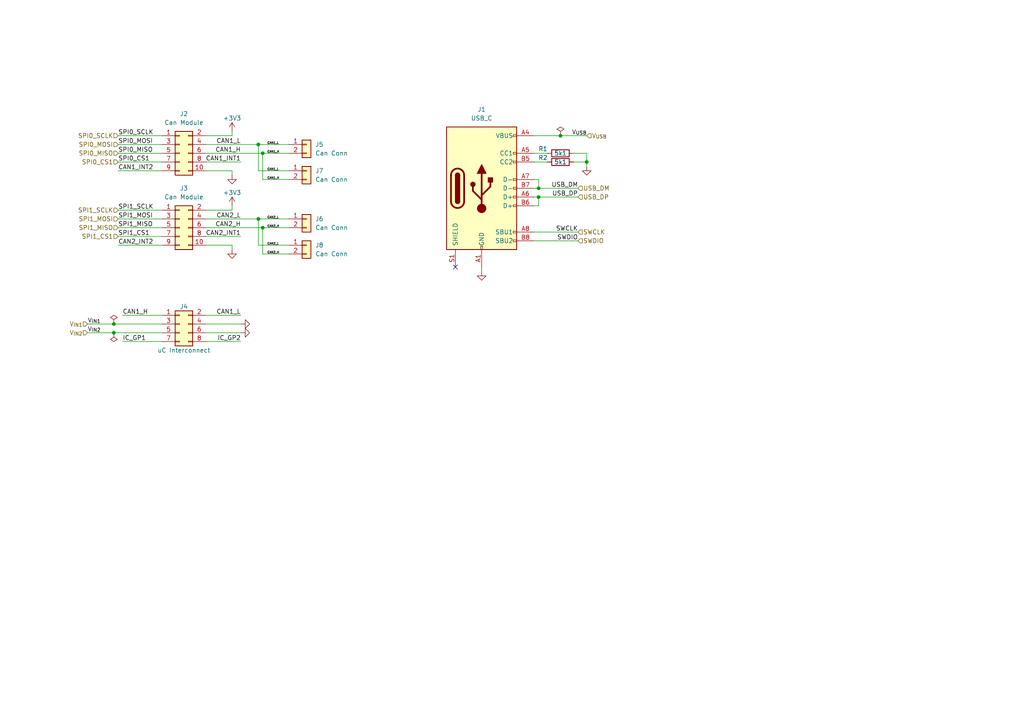
<source format=kicad_sch>
(kicad_sch (version 20230121) (generator eeschema)
  (paper "A4")
  (lib_symbols
    (symbol "Connector:USB_C_Receptacle_USB2.0" (pin_names (offset 1.016))
      (property "Reference" "J" (at -10.16 19.05 0))
      (property "Value" "USB_C_Receptacle_USB2.0" (at 19.05 19.05 0))
      (symbol "USB_C_Receptacle_USB2.0_0_0"
        (rectangle (start -0.254 -17.78) (end 0.254 -16.764))
        (rectangle (start 10.16 -14.986) (end 9.144 -15.494))
        (rectangle (start 10.16 -12.446) (end 9.144 -12.954))
        (rectangle (start 10.16 -4.826) (end 9.144 -5.334))
        (rectangle (start 10.16 -2.286) (end 9.144 -2.794))
        (rectangle (start 10.16 0.254) (end 9.144 -0.254))
        (rectangle (start 10.16 2.794) (end 9.144 2.286))
        (rectangle (start 10.16 7.874) (end 9.144 7.366))
        (rectangle (start 10.16 10.414) (end 9.144 9.906))
        (rectangle (start 10.16 15.494) (end 9.144 14.986))
      )
      (symbol "USB_C_Receptacle_USB2.0_0_1"
        (rectangle (start -10.16 17.78) (end 10.16 -17.78) (stroke (width 0.254)) (fill (type background)))
        (arc (start -8.89 -3.81) (mid -6.985 -5.7067) (end -5.08 -3.81) (stroke (width 0.508)))
        (arc (start -7.62 -3.81) (mid -6.985 -4.4423) (end -6.35 -3.81) (stroke (width 0.254)))
        (arc (start -7.62 -3.81) (mid -6.985 -4.4423) (end -6.35 -3.81) (stroke (width 0.254)) (fill (type outline)))
        (rectangle (start -7.62 -3.81) (end -6.35 3.81) (stroke (width 0.254)) (fill (type outline)))
        (arc (start -6.35 3.81) (mid -6.985 4.4423) (end -7.62 3.81) (stroke (width 0.254)))
        (arc (start -6.35 3.81) (mid -6.985 4.4423) (end -7.62 3.81) (stroke (width 0.254)) (fill (type outline)))
        (arc (start -5.08 3.81) (mid -6.985 5.7067) (end -8.89 3.81) (stroke (width 0.508)))
        (circle (center -2.54 1.143) (radius 0.635) (stroke (width 0.254)) (fill (type outline)))
        (circle (center 0 -5.842) (radius 1.27) (fill (type outline)))
        (polyline (pts (xy -8.89 -3.81) (xy -8.89 3.81)) (stroke (width 0.508)))
        (polyline (pts (xy -5.08 3.81) (xy -5.08 -3.81)) (stroke (width 0.508)))
        (polyline (pts (xy 0 -5.842) (xy 0 4.318)) (stroke (width 0.508)))
        (polyline (pts (xy 0 -3.302) (xy -2.54 -0.762) (xy -2.54 0.508)) (stroke (width 0.508)))
        (polyline (pts (xy 0 -2.032) (xy 2.54 0.508) (xy 2.54 1.778)) (stroke (width 0.508)))
        (polyline (pts (xy -1.27 4.318) (xy 0 6.858) (xy 1.27 4.318) (xy -1.27 4.318)) (stroke (width 0.254)) (fill (type outline)))
        (rectangle (start 1.905 1.778) (end 3.175 3.048) (stroke (width 0.254)) (fill (type outline)))
      )
      (symbol "USB_C_Receptacle_USB2.0_1_1"
        (pin passive line (at 0 -22.86 90) (length 5.08) (name "GND") (number "A1"))
        (pin passive line (at 0 -22.86 90) (length 5.08) hide (name "GND") (number "A12"))
        (pin passive line (at 15.24 15.24 180) (length 5.08) (name "VBUS") (number "A4"))
        (pin bidirectional line (at 15.24 10.16 180) (length 5.08) (name "CC1") (number "A5"))
        (pin bidirectional line (at 15.24 -2.54 180) (length 5.08) (name "D+") (number "A6"))
        (pin bidirectional line (at 15.24 2.54 180) (length 5.08) (name "D-") (number "A7"))
        (pin bidirectional line (at 15.24 -12.7 180) (length 5.08) (name "SBU1") (number "A8"))
        (pin passive line (at 15.24 15.24 180) (length 5.08) hide (name "VBUS") (number "A9"))
        (pin passive line (at 0 -22.86 90) (length 5.08) hide (name "GND") (number "B1"))
        (pin passive line (at 0 -22.86 90) (length 5.08) hide (name "GND") (number "B12"))
        (pin passive line (at 15.24 15.24 180) (length 5.08) hide (name "VBUS") (number "B4"))
        (pin bidirectional line (at 15.24 7.62 180) (length 5.08) (name "CC2") (number "B5"))
        (pin bidirectional line (at 15.24 -5.08 180) (length 5.08) (name "D+") (number "B6"))
        (pin bidirectional line (at 15.24 0 180) (length 5.08) (name "D-") (number "B7"))
        (pin bidirectional line (at 15.24 -15.24 180) (length 5.08) (name "SBU2") (number "B8"))
        (pin passive line (at 15.24 15.24 180) (length 5.08) hide (name "VBUS") (number "B9"))
        (pin passive line (at -7.62 -22.86 90) (length 5.08) (name "SHIELD") (number "S1"))
      )
    )
    (symbol "Connector_Generic:Conn_01x02" (pin_names (offset 1.016) hide)
      (property "Reference" "J" (at 0 2.54 0))
      (property "Value" "Conn_01x02" (at 0 -5.08 0))
      (symbol "Conn_01x02_1_1"
        (rectangle (start -1.27 -2.413) (end 0 -2.667) (stroke (width 0.1524)))
        (rectangle (start -1.27 0.127) (end 0 -0.127) (stroke (width 0.1524)))
        (rectangle (start -1.27 1.27) (end 1.27 -3.81) (stroke (width 0.254)) (fill (type background)))
        (pin passive line (at -5.08 0 0) (length 3.81) (name "Pin_1") (number "1"))
        (pin passive line (at -5.08 -2.54 0) (length 3.81) (name "Pin_2") (number "2"))
      )
    )
    (symbol "Connector_Generic:Conn_02x04_Odd_Even" (pin_names (offset 1.016) hide)
      (property "Reference" "J" (at 1.27 5.08 0))
      (property "Value" "Conn_02x04_Odd_Even" (at 1.27 -7.62 0))
      (symbol "Conn_02x04_Odd_Even_1_1"
        (rectangle (start -1.27 -4.953) (end 0 -5.207) (stroke (width 0.1524)))
        (rectangle (start -1.27 -2.413) (end 0 -2.667) (stroke (width 0.1524)))
        (rectangle (start -1.27 0.127) (end 0 -0.127) (stroke (width 0.1524)))
        (rectangle (start -1.27 2.667) (end 0 2.413) (stroke (width 0.1524)))
        (rectangle (start -1.27 3.81) (end 3.81 -6.35) (stroke (width 0.254)) (fill (type background)))
        (rectangle (start 3.81 -4.953) (end 2.54 -5.207) (stroke (width 0.1524)))
        (rectangle (start 3.81 -2.413) (end 2.54 -2.667) (stroke (width 0.1524)))
        (rectangle (start 3.81 0.127) (end 2.54 -0.127) (stroke (width 0.1524)))
        (rectangle (start 3.81 2.667) (end 2.54 2.413) (stroke (width 0.1524)))
        (pin passive line (at -5.08 2.54 0) (length 3.81) (name "Pin_1") (number "1"))
        (pin passive line (at 7.62 2.54 180) (length 3.81) (name "Pin_2") (number "2"))
        (pin passive line (at -5.08 0 0) (length 3.81) (name "Pin_3") (number "3"))
        (pin passive line (at 7.62 0 180) (length 3.81) (name "Pin_4") (number "4"))
        (pin passive line (at -5.08 -2.54 0) (length 3.81) (name "Pin_5") (number "5"))
        (pin passive line (at 7.62 -2.54 180) (length 3.81) (name "Pin_6") (number "6"))
        (pin passive line (at -5.08 -5.08 0) (length 3.81) (name "Pin_7") (number "7"))
        (pin passive line (at 7.62 -5.08 180) (length 3.81) (name "Pin_8") (number "8"))
      )
    )
    (symbol "Connector_Generic:Conn_02x05_Odd_Even" (pin_names (offset 1.016) hide)
      (property "Reference" "J" (at 1.27 7.62 0))
      (property "Value" "Conn_02x05_Odd_Even" (at 1.27 -7.62 0))
      (symbol "Conn_02x05_Odd_Even_1_1"
        (rectangle (start -1.27 -4.953) (end 0 -5.207) (stroke (width 0.1524)))
        (rectangle (start -1.27 -2.413) (end 0 -2.667) (stroke (width 0.1524)))
        (rectangle (start -1.27 0.127) (end 0 -0.127) (stroke (width 0.1524)))
        (rectangle (start -1.27 2.667) (end 0 2.413) (stroke (width 0.1524)))
        (rectangle (start -1.27 5.207) (end 0 4.953) (stroke (width 0.1524)))
        (rectangle (start -1.27 6.35) (end 3.81 -6.35) (stroke (width 0.254)) (fill (type background)))
        (rectangle (start 3.81 -4.953) (end 2.54 -5.207) (stroke (width 0.1524)))
        (rectangle (start 3.81 -2.413) (end 2.54 -2.667) (stroke (width 0.1524)))
        (rectangle (start 3.81 0.127) (end 2.54 -0.127) (stroke (width 0.1524)))
        (rectangle (start 3.81 2.667) (end 2.54 2.413) (stroke (width 0.1524)))
        (rectangle (start 3.81 5.207) (end 2.54 4.953) (stroke (width 0.1524)))
        (pin passive line (at -5.08 5.08 0) (length 3.81) (name "Pin_1") (number "1"))
        (pin passive line (at 7.62 -5.08 180) (length 3.81) (name "Pin_10") (number "10"))
        (pin passive line (at 7.62 5.08 180) (length 3.81) (name "Pin_2") (number "2"))
        (pin passive line (at -5.08 2.54 0) (length 3.81) (name "Pin_3") (number "3"))
        (pin passive line (at 7.62 2.54 180) (length 3.81) (name "Pin_4") (number "4"))
        (pin passive line (at -5.08 0 0) (length 3.81) (name "Pin_5") (number "5"))
        (pin passive line (at 7.62 0 180) (length 3.81) (name "Pin_6") (number "6"))
        (pin passive line (at -5.08 -2.54 0) (length 3.81) (name "Pin_7") (number "7"))
        (pin passive line (at 7.62 -2.54 180) (length 3.81) (name "Pin_8") (number "8"))
        (pin passive line (at -5.08 -5.08 0) (length 3.81) (name "Pin_9") (number "9"))
      )
    )
    (symbol "Device:R" (pin_numbers hide) (pin_names (offset 0))
      (property "Reference" "R" (at 2.032 0 90))
      (property "Value" "R" (at 0 0 90))
      (symbol "R_0_1"
        (rectangle (start -1.016 -2.54) (end 1.016 2.54) (stroke (width 0.254)))
      )
      (symbol "R_1_1"
        (pin passive line (at 0 3.81 270) (length 1.27) (name "~") (number "1"))
        (pin passive line (at 0 -3.81 90) (length 1.27) (name "~") (number "2"))
      )
    )
    (symbol "power:+3V3" (power) (pin_names (offset 0))
      (property "Value" "+3V3" (at 0 3.556 0))
      (symbol "+3V3_0_1"
        (polyline (pts (xy -0.762 1.27) (xy 0 2.54)))
        (polyline (pts (xy 0 0) (xy 0 2.54)))
        (polyline (pts (xy 0 2.54) (xy 0.762 1.27)))
      )
      (symbol "+3V3_1_1"
        (pin power_in line (at 0 0 90) (length 0) hide (name "+3V3") (number "1"))
      )
    )
    (symbol "power:GND" (power) (pin_names (offset 0))
      (property "Value" "GND" (at 0 -3.81 0))
      (symbol "GND_0_1"
        (polyline (pts (xy 0 0) (xy 0 -1.27) (xy 1.27 -1.27) (xy 0 -2.54) (xy -1.27 -1.27) (xy 0 -1.27)))
      )
      (symbol "GND_1_1"
        (pin power_in line (at 0 0 270) (length 0) hide (name "GND") (number "1"))
      )
    )
    (symbol "power:PWR_FLAG" (power) (pin_numbers hide) (pin_names (offset 0) hide)
      (property "Value" "PWR_FLAG" (at 0 3.81 0))
      (symbol "PWR_FLAG_0_0"
        (pin power_out line (at 0 0 90) (length 0) (name "pwr") (number "1"))
      )
      (symbol "PWR_FLAG_0_1"
        (polyline (pts (xy 0 0) (xy 0 1.27) (xy -1.016 1.905) (xy 0 2.54) (xy 1.016 1.905) (xy 0 1.27)))
      )
    )
  )
  (junction (at 76.2 66.04))
  (junction (at 33.02 96.52))
  (junction (at 170.18 46.99))
  (junction (at 74.93 41.91))
  (junction (at 156.21 57.15))
  (junction (at 156.21 54.61))
  (junction (at 76.2 44.45))
  (junction (at 74.93 63.5))
  (junction (at 33.02 93.98))
  (junction (at 162.56 39.37))
  (no_connect (at 132.08 77.47))
  (wire (pts (xy 154.94 57.15) (xy 156.21 57.15)))
  (wire (pts (xy 34.29 68.58) (xy 46.99 68.58)))
  (wire (pts (xy 34.29 71.12) (xy 46.99 71.12)))
  (wire (pts (xy 59.69 46.99) (xy 69.85 46.99)))
  (wire (pts (xy 69.85 99.06) (xy 59.69 99.06)))
  (wire (pts (xy 154.94 44.45) (xy 158.75 44.45)))
  (wire (pts (xy 74.93 63.5) (xy 74.93 71.12)))
  (wire (pts (xy 139.7 77.47) (xy 139.7 78.74)))
  (wire (pts (xy 67.31 38.1) (xy 67.31 39.37)))
  (wire (pts (xy 69.85 96.52) (xy 59.69 96.52)))
  (wire (pts (xy 34.29 39.37) (xy 46.99 39.37)))
  (wire (pts (xy 59.69 60.96) (xy 67.31 60.96)))
  (wire (pts (xy 170.18 46.99) (xy 170.18 44.45)))
  (wire (pts (xy 25.4 93.98) (xy 33.02 93.98)))
  (wire (pts (xy 59.69 39.37) (xy 67.31 39.37)))
  (wire (pts (xy 34.29 63.5) (xy 46.99 63.5)))
  (wire (pts (xy 34.29 66.04) (xy 46.99 66.04)))
  (wire (pts (xy 67.31 59.69) (xy 67.31 60.96)))
  (wire (pts (xy 59.69 41.91) (xy 74.93 41.91)))
  (wire (pts (xy 59.69 66.04) (xy 76.2 66.04)))
  (wire (pts (xy 162.56 39.37) (xy 170.18 39.37)))
  (wire (pts (xy 167.64 69.85) (xy 154.94 69.85)))
  (wire (pts (xy 170.18 48.26) (xy 170.18 46.99)))
  (wire (pts (xy 76.2 66.04) (xy 76.2 73.66)))
  (wire (pts (xy 34.29 60.96) (xy 46.99 60.96)))
  (wire (pts (xy 34.29 41.91) (xy 46.99 41.91)))
  (wire (pts (xy 59.69 49.53) (xy 67.31 49.53)))
  (wire (pts (xy 166.37 44.45) (xy 170.18 44.45)))
  (wire (pts (xy 76.2 44.45) (xy 83.82 44.45)))
  (wire (pts (xy 156.21 57.15) (xy 156.21 59.69)))
  (wire (pts (xy 156.21 52.07) (xy 156.21 54.61)))
  (wire (pts (xy 74.93 41.91) (xy 83.82 41.91)))
  (wire (pts (xy 76.2 44.45) (xy 76.2 52.07)))
  (wire (pts (xy 25.4 96.52) (xy 33.02 96.52)))
  (wire (pts (xy 76.2 52.07) (xy 83.82 52.07)))
  (wire (pts (xy 156.21 59.69) (xy 154.94 59.69)))
  (wire (pts (xy 34.29 46.99) (xy 46.99 46.99)))
  (wire (pts (xy 154.94 54.61) (xy 156.21 54.61)))
  (wire (pts (xy 34.29 49.53) (xy 46.99 49.53)))
  (wire (pts (xy 154.94 46.99) (xy 158.75 46.99)))
  (wire (pts (xy 74.93 49.53) (xy 83.82 49.53)))
  (wire (pts (xy 167.64 57.15) (xy 156.21 57.15)))
  (wire (pts (xy 59.69 44.45) (xy 76.2 44.45)))
  (wire (pts (xy 33.02 96.52) (xy 46.99 96.52)))
  (wire (pts (xy 74.93 41.91) (xy 74.93 49.53)))
  (wire (pts (xy 59.69 68.58) (xy 69.85 68.58)))
  (wire (pts (xy 35.56 99.06) (xy 46.99 99.06)))
  (wire (pts (xy 35.56 91.44) (xy 46.99 91.44)))
  (wire (pts (xy 76.2 66.04) (xy 83.82 66.04)))
  (wire (pts (xy 69.85 93.98) (xy 59.69 93.98)))
  (wire (pts (xy 154.94 39.37) (xy 162.56 39.37)))
  (wire (pts (xy 59.69 63.5) (xy 74.93 63.5)))
  (wire (pts (xy 67.31 71.12) (xy 67.31 72.39)))
  (wire (pts (xy 33.02 93.98) (xy 46.99 93.98)))
  (wire (pts (xy 166.37 46.99) (xy 170.18 46.99)))
  (wire (pts (xy 74.93 71.12) (xy 83.82 71.12)))
  (wire (pts (xy 167.64 54.61) (xy 156.21 54.61)))
  (wire (pts (xy 69.85 91.44) (xy 59.69 91.44)))
  (wire (pts (xy 167.64 67.31) (xy 154.94 67.31)))
  (wire (pts (xy 74.93 63.5) (xy 83.82 63.5)))
  (wire (pts (xy 76.2 73.66) (xy 83.82 73.66)))
  (wire (pts (xy 154.94 52.07) (xy 156.21 52.07)))
  (wire (pts (xy 34.29 44.45) (xy 46.99 44.45)))
  (wire (pts (xy 67.31 49.53) (xy 67.31 50.8)))
  (wire (pts (xy 59.69 71.12) (xy 67.31 71.12)))
  (label "SPI1_SCLK" (at 34.29 60.96 0))
  (label "CAN2_L" (at 77.47 71.12 0) (effects (font (size 0.6 0.6))) (property "CAN2-" "CAN2-" (effects hide)))
  (label "CAN2_H" (at 77.47 66.04 0) (effects (font (size 0.6 0.6))) (property "CAN2+" "CAN2+" (effects hide)))
  (label "USB_DP" (at 167.64 57.15 180))
  (label "CAN1_H" (at 69.85 44.45 180) (property "CAN1+" "CAN1+" (effects hide)))
  (label "CAN2_L" (at 77.47 63.5 0) (effects (font (size 0.6 0.6))) (property "CAN2-" "CAN2-" (effects hide)))
  (label "CAN1_L" (at 69.85 41.91 180) (property "CAN1-" "CAN1-" (effects hide)))
  (label "SWDIO" (at 167.64 69.85 180))
  (label "CAN2_H" (at 69.85 66.04 180) (property "CAN2+" "CAN2+" (effects hide)))
  (label "IC_GP1" (at 35.56 99.06 0))
  (label "SPI1_CS1" (at 34.29 68.58 0))
  (label "SPI0_MISO" (at 34.29 44.45 0))
  (label "V_{USB}" (at 170.18 39.37 180))
  (label "CAN1_L" (at 77.47 49.53 0) (effects (font (size 0.6 0.6))) (property "CAN1-" "CAN1-" (effects hide)))
  (label "SPI1_MISO" (at 34.29 66.04 0))
  (label "SPI0_SCLK" (at 34.29 39.37 0))
  (label "SWCLK" (at 167.64 67.31 180))
  (label "IC_GP2" (at 69.85 99.06 180))
  (label "SPI0_MOSI" (at 34.29 41.91 0))
  (label "CAN1_INT2" (at 34.29 49.53 0))
  (label "CAN1_L" (at 77.47 41.91 0) (effects (font (size 0.6 0.6))) (property "CAN1-" "CAN1-" (effects hide)))
  (label "V_{IN1}" (at 25.4 93.98 0))
  (label "CAN1_L" (at 69.85 91.44 180) (property "CAN1-" "CAN1-" (effects hide)))
  (label "CAN2_L" (at 69.85 63.5 180) (property "CAN2-" "CAN2-" (effects hide)))
  (label "SPI1_MOSI" (at 34.29 63.5 0))
  (label "USB_DM" (at 167.64 54.61 180))
  (label "CAN1_INT1" (at 69.85 46.99 180))
  (label "CAN2_INT1" (at 69.85 68.58 180))
  (label "CAN1_H" (at 35.56 91.44 0) (property "CAN1+" "CAN1+" (effects hide)))
  (label "SPI0_CS1" (at 34.29 46.99 0))
  (label "CAN2_INT2" (at 34.29 71.12 0))
  (label "CAN1_H" (at 77.47 44.45 0) (effects (font (size 0.6 0.6))) (property "CAN1+" "CAN1+" (effects hide)))
  (label "V_{IN2}" (at 25.4 96.52 0))
  (label "CAN2_H" (at 77.47 73.66 0) (effects (font (size 0.6 0.6))) (property "CAN2+" "CAN2+" (effects hide)))
  (label "CAN1_H" (at 77.47 52.07 0) (effects (font (size 0.6 0.6))) (property "CAN1+" "CAN1+" (effects hide)))
  (hierarchical_label "SPI0_MISO" (shape input) (at 34.29 44.45 180))
  (hierarchical_label "SPI0_SCLK" (shape input) (at 34.29 39.37 180))
  (hierarchical_label "SPI1_SCLK" (shape input) (at 34.29 60.96 180))
  (hierarchical_label "V_{IN2}" (shape input) (at 25.4 96.52 180))
  (hierarchical_label "SPI0_CS1" (shape input) (at 34.29 46.99 180))
  (hierarchical_label "SWCLK" (shape input) (at 167.64 67.31 0))
  (hierarchical_label "V_{USB}" (shape input) (at 170.18 39.37 0))
  (hierarchical_label "USB_DP" (shape input) (at 167.64 57.15 0))
  (hierarchical_label "V_{IN1}" (shape input) (at 25.4 93.98 180))
  (hierarchical_label "SPI1_MISO" (shape input) (at 34.29 66.04 180))
  (hierarchical_label "USB_DM" (shape input) (at 167.64 54.61 0))
  (hierarchical_label "SWDIO" (shape input) (at 167.64 69.85 0))
  (hierarchical_label "SPI1_CS1" (shape input) (at 34.29 68.58 180))
  (hierarchical_label "SPI1_MOSI" (shape input) (at 34.29 63.5 180))
  (hierarchical_label "SPI0_MOSI" (shape input) (at 34.29 41.91 180))
  (symbol (lib_id "Connector_Generic:Conn_01x02") (at 88.9 49.53 0) (unit 1)
    (property "Reference" "J7" (at 91.44 49.53 0) (effects (justify left)))
    (property "Value" "Can Conn" (at 91.44 52.07 0) (effects (justify left)))
    (property "Footprint" "Connector_JST:JST_PH_S2B-PH-SM4-TB_1x02-1MP_P2.00mm_Horizontal" (effects hide))
    (instances (project "base2040 - Copy" (path "" (reference "J7") (unit 1))) (project "brain" (path "" (reference "J303") (unit 1))) (project "t_rp2040" (path "" (reference "J7") (unit 1))))
  )
  (symbol (lib_id "Connector_Generic:Conn_01x02") (at 88.9 71.12 0) (unit 1)
    (property "Reference" "J8" (at 91.44 71.12 0) (effects (justify left)))
    (property "Value" "Can Conn" (at 91.44 73.66 0) (effects (justify left)))
    (property "Footprint" "Connector_JST:JST_PH_B2B-PH-SM4-TB_1x02-1MP_P2.00mm_Vertical" (effects hide))
    (instances (project "base2040 - Copy" (path "" (reference "J8") (unit 1))) (project "brain" (path "" (reference "J307") (unit 1))) (project "t_rp2040" (path "" (reference "J8") (unit 1))))
  )
  (symbol (lib_id "Device:R") (at 162.56 44.45 90) (unit 1)
    (property "Reference" "R1" (at 157.48 43.18 90))
    (property "Value" "5k1" (at 162.56 44.45 90))
    (instances (project "base2040 - Copy" (path "" (reference "R1") (unit 1))) (project "brain" (path "" (reference "R301") (unit 1))) (project "t_rp2040" (path "" (reference "R1") (unit 1))))
  )
  (symbol (lib_id "power:GND") (at 67.31 72.39 0) (unit 1)
    (property "Reference" "#PWR011" (effects hide))
    (property "Value" "GND" (effects hide))
    (instances (project "base2040 - Copy" (path "" (reference "#PWR011") (unit 1))) (project "brain" (path "" (reference "#PWR0306") (unit 1))) (project "t_rp2040" (path "" (reference "#PWR011") (unit 1))))
  )
  (symbol (lib_id "Connector_Generic:Conn_02x05_Odd_Even") (at 52.07 44.45 0) (unit 1)
    (property "Reference" "J2" (at 53.34 33.02 0))
    (property "Value" "Can Module" (at 53.34 35.56 0))
    (instances (project "base2040 - Copy" (path "" (reference "J2") (unit 1))) (project "brain" (path "" (reference "J302") (unit 1))) (project "t_rp2040" (path "" (reference "J2") (unit 1))))
  )
  (symbol (lib_id "power:+3V3") (at 67.31 38.1 0) (unit 1)
    (property "Reference" "#PWR08" (effects hide))
    (property "Value" "+3V3" (at 67.31 34.29 0))
    (instances (project "base2040 - Copy" (path "" (reference "#PWR08") (unit 1))) (project "brain" (path "" (reference "#PWR0302") (unit 1))) (project "t_rp2040" (path "" (reference "#PWR08") (unit 1))))
  )
  (symbol (lib_id "Connector:USB_C_Receptacle_USB2.0") (at 139.7 54.61 0) (unit 1)
    (property "Reference" "J1" (at 139.7 31.75 0))
    (property "Value" "USB_C" (at 139.7 34.29 0))
    (property "Datasheet" "https://www.usb.org/sites/default/files/documents/usb_type-c.zip" (effects hide))
    (instances (project "base2040 - Copy" (path "" (reference "J1") (unit 1))) (project "brain" (path "" (reference "J304") (unit 1))) (project "t_rp2040" (path "" (reference "J1") (unit 1))))
  )
  (symbol (lib_id "power:PWR_FLAG") (at 162.56 39.37 0) (mirror y) (unit 1)
    (property "Reference" "#FLG0303" (effects hide))
    (property "Value" "PWR_FLAG" (effects hide))
  )
  (symbol (lib_id "power:GND") (at 170.18 48.26 0) (unit 1)
    (property "Reference" "#PWR05" (effects hide))
    (property "Value" "GND" (effects hide))
    (instances (project "base2040 - Copy" (path "" (reference "#PWR05") (unit 1))) (project "brain" (path "" (reference "#PWR0303") (unit 1))) (project "t_rp2040" (path "" (reference "#PWR05") (unit 1))))
  )
  (symbol (lib_id "power:+3V3") (at 67.31 59.69 0) (unit 1)
    (property "Reference" "#PWR010" (effects hide))
    (property "Value" "+3V3" (at 67.31 55.88 0))
    (instances (project "base2040 - Copy" (path "" (reference "#PWR010") (unit 1))) (project "brain" (path "" (reference "#PWR0305") (unit 1))) (project "t_rp2040" (path "" (reference "#PWR010") (unit 1))))
  )
  (symbol (lib_id "power:PWR_FLAG") (at 33.02 96.52 0) (mirror x) (unit 1)
    (property "Reference" "#FLG0302" (effects hide))
    (property "Value" "PWR_FLAG" (effects hide))
  )
  (symbol (lib_id "Device:R") (at 162.56 46.99 90) (unit 1)
    (property "Reference" "R2" (at 157.48 45.72 90))
    (property "Value" "5k1" (at 162.56 46.99 90))
    (instances (project "base2040 - Copy" (path "" (reference "R2") (unit 1))) (project "brain" (path "" (reference "R302") (unit 1))) (project "t_rp2040" (path "" (reference "R2") (unit 1))))
  )
  (symbol (lib_id "power:PWR_FLAG") (at 33.02 93.98 0) (unit 1)
    (property "Reference" "#FLG0301" (effects hide))
    (property "Value" "PWR_FLAG" (effects hide))
  )
  (symbol (lib_id "power:GND") (at 69.85 93.98 90) (unit 1)
    (property "Reference" "#PWR011" (effects hide))
    (property "Value" "GND" (effects hide))
    (instances (project "base2040 - Copy" (path "" (reference "#PWR011") (unit 1))) (project "brain" (path "" (reference "#PWR0308") (unit 1))) (project "t_rp2040" (path "" (reference "#PWR011") (unit 1))))
  )
  (symbol (lib_id "power:GND") (at 67.31 50.8 0) (unit 1)
    (property "Reference" "#PWR09" (effects hide))
    (property "Value" "GND" (effects hide))
    (instances (project "base2040 - Copy" (path "" (reference "#PWR09") (unit 1))) (project "brain" (path "" (reference "#PWR0304") (unit 1))) (project "t_rp2040" (path "" (reference "#PWR09") (unit 1))))
  )
  (symbol (lib_id "power:GND") (at 139.7 78.74 0) (unit 1)
    (property "Reference" "#PWR01" (effects hide))
    (property "Value" "GND" (effects hide))
    (instances (project "base2040 - Copy" (path "" (reference "#PWR01") (unit 1))) (project "brain" (path "" (reference "#PWR0307") (unit 1))) (project "t_rp2040" (path "" (reference "#PWR01") (unit 1))))
  )
  (symbol (lib_id "Connector_Generic:Conn_01x02") (at 88.9 41.91 0) (unit 1)
    (property "Reference" "J5" (at 91.44 41.91 0) (effects (justify left)))
    (property "Value" "Can Conn" (at 91.44 44.45 0) (effects (justify left)))
    (property "Footprint" "Connector_JST:JST_PH_S2B-PH-SM4-TB_1x02-1MP_P2.00mm_Horizontal" (effects hide))
    (instances (project "base2040 - Copy" (path "" (reference "J5") (unit 1))) (project "brain" (path "" (reference "J301") (unit 1))) (project "t_rp2040" (path "" (reference "J5") (unit 1))))
  )
  (symbol (lib_id "Connector_Generic:Conn_02x04_Odd_Even") (at 52.07 93.98 0) (unit 1)
    (property "Reference" "J4" (at 53.34 88.9 0))
    (property "Value" "uC Interconnect" (at 53.34 101.6 0))
    (instances (project "base2040 - Copy" (path "" (reference "J4") (unit 1))) (project "brain" (path "" (reference "J308") (unit 1))) (project "t_rp2040" (path "" (reference "J4") (unit 1))))
  )
  (symbol (lib_id "Connector_Generic:Conn_02x05_Odd_Even") (at 52.07 66.04 0) (unit 1)
    (property "Reference" "J3" (at 53.34 54.61 0))
    (property "Value" "Can Module" (at 53.34 57.15 0))
    (instances (project "base2040 - Copy" (path "" (reference "J3") (unit 1))) (project "brain" (path "" (reference "J306") (unit 1))) (project "t_rp2040" (path "" (reference "J3") (unit 1))))
  )
  (symbol (lib_id "Connector_Generic:Conn_01x02") (at 88.9 63.5 0) (unit 1)
    (property "Reference" "J6" (at 91.44 63.5 0) (effects (justify left)))
    (property "Value" "Can Conn" (at 91.44 66.04 0) (effects (justify left)))
    (property "Footprint" "Connector_JST:JST_PH_B2B-PH-SM4-TB_1x02-1MP_P2.00mm_Vertical" (effects hide))
    (instances (project "base2040 - Copy" (path "" (reference "J6") (unit 1))) (project "brain" (path "" (reference "J305") (unit 1))) (project "t_rp2040" (path "" (reference "J6") (unit 1))))
  )
  (symbol (lib_id "power:GND") (at 69.85 96.52 90) (unit 1)
    (property "Reference" "#PWR011" (effects hide))
    (property "Value" "GND" (effects hide))
    (instances (project "base2040 - Copy" (path "" (reference "#PWR011") (unit 1))) (project "brain" (path "" (reference "#PWR0309") (unit 1))) (project "t_rp2040" (path "" (reference "#PWR011") (unit 1))))
  )
)
</source>
